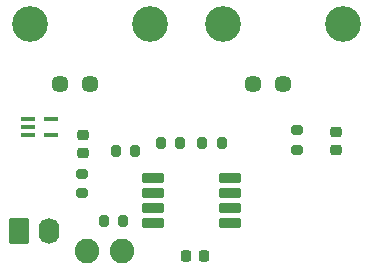
<source format=gbr>
%TF.GenerationSoftware,KiCad,Pcbnew,(5.99.0-11760-g13083c80c2)*%
%TF.CreationDate,2021-08-25T14:33:34-04:00*%
%TF.ProjectId,DigitimerPulseExtender_v3,44696769-7469-46d6-9572-50756c736545,rev?*%
%TF.SameCoordinates,Original*%
%TF.FileFunction,Soldermask,Top*%
%TF.FilePolarity,Negative*%
%FSLAX46Y46*%
G04 Gerber Fmt 4.6, Leading zero omitted, Abs format (unit mm)*
G04 Created by KiCad (PCBNEW (5.99.0-11760-g13083c80c2)) date 2021-08-25 14:33:34*
%MOMM*%
%LPD*%
G01*
G04 APERTURE LIST*
G04 Aperture macros list*
%AMRoundRect*
0 Rectangle with rounded corners*
0 $1 Rounding radius*
0 $2 $3 $4 $5 $6 $7 $8 $9 X,Y pos of 4 corners*
0 Add a 4 corners polygon primitive as box body*
4,1,4,$2,$3,$4,$5,$6,$7,$8,$9,$2,$3,0*
0 Add four circle primitives for the rounded corners*
1,1,$1+$1,$2,$3*
1,1,$1+$1,$4,$5*
1,1,$1+$1,$6,$7*
1,1,$1+$1,$8,$9*
0 Add four rect primitives between the rounded corners*
20,1,$1+$1,$2,$3,$4,$5,0*
20,1,$1+$1,$4,$5,$6,$7,0*
20,1,$1+$1,$6,$7,$8,$9,0*
20,1,$1+$1,$8,$9,$2,$3,0*%
G04 Aperture macros list end*
%ADD10RoundRect,0.101600X-0.850900X0.304800X-0.850900X-0.304800X0.850900X-0.304800X0.850900X0.304800X0*%
%ADD11RoundRect,0.225000X0.225000X0.250000X-0.225000X0.250000X-0.225000X-0.250000X0.225000X-0.250000X0*%
%ADD12RoundRect,0.200000X-0.200000X-0.275000X0.200000X-0.275000X0.200000X0.275000X-0.200000X0.275000X0*%
%ADD13RoundRect,0.200000X-0.275000X0.200000X-0.275000X-0.200000X0.275000X-0.200000X0.275000X0.200000X0*%
%ADD14RoundRect,0.225000X0.250000X-0.225000X0.250000X0.225000X-0.250000X0.225000X-0.250000X-0.225000X0*%
%ADD15RoundRect,0.250000X-0.620000X-0.845000X0.620000X-0.845000X0.620000X0.845000X-0.620000X0.845000X0*%
%ADD16O,1.740000X2.190000*%
%ADD17C,1.446000*%
%ADD18C,3.015000*%
%ADD19C,2.082800*%
%ADD20R,1.168400X0.355600*%
%ADD21RoundRect,0.218750X-0.256250X0.218750X-0.256250X-0.218750X0.256250X-0.218750X0.256250X0.218750X0*%
G04 APERTURE END LIST*
D10*
%TO.C,U2*%
X50241200Y-58826400D03*
X50241200Y-60096400D03*
X50241200Y-61366400D03*
X50241200Y-62636400D03*
X56743600Y-62636400D03*
X56743600Y-61366400D03*
X56743600Y-60096400D03*
X56743600Y-58826400D03*
%TD*%
D11*
%TO.C,C2*%
X54597600Y-65405000D03*
X53047600Y-65405000D03*
%TD*%
D12*
%TO.C,R8*%
X54420000Y-55880000D03*
X56070000Y-55880000D03*
%TD*%
D13*
%TO.C,R4*%
X44272200Y-58484000D03*
X44272200Y-60134000D03*
%TD*%
%TO.C,R6*%
X62407800Y-54788800D03*
X62407800Y-56438800D03*
%TD*%
D14*
%TO.C,C1*%
X65709800Y-56477200D03*
X65709800Y-54927200D03*
%TD*%
D15*
%TO.C,D1*%
X38912800Y-63291400D03*
D16*
X41452800Y-63291400D03*
%TD*%
D12*
%TO.C,R5*%
X47079400Y-56515000D03*
X48729400Y-56515000D03*
%TD*%
%TO.C,R7*%
X50914800Y-55880000D03*
X52564800Y-55880000D03*
%TD*%
D17*
%TO.C,J2*%
X42341800Y-50838332D03*
X44881800Y-50838332D03*
D18*
X49961800Y-45758332D03*
X39801800Y-45758332D03*
%TD*%
D19*
%TO.C,J1*%
X44704000Y-65024000D03*
X47599600Y-65024000D03*
%TD*%
D20*
%TO.C,U1*%
X39649400Y-53822600D03*
X39649400Y-54483000D03*
X39649400Y-55143400D03*
X41579800Y-55143400D03*
X41579800Y-53822600D03*
%TD*%
D17*
%TO.C,J3*%
X58724800Y-50863732D03*
X61264800Y-50863732D03*
D18*
X66344800Y-45783732D03*
X56184800Y-45783732D03*
%TD*%
D12*
%TO.C,R1*%
X46063400Y-62458600D03*
X47713400Y-62458600D03*
%TD*%
D21*
%TO.C,D2*%
X44297600Y-55143300D03*
X44297600Y-56718300D03*
%TD*%
M02*

</source>
